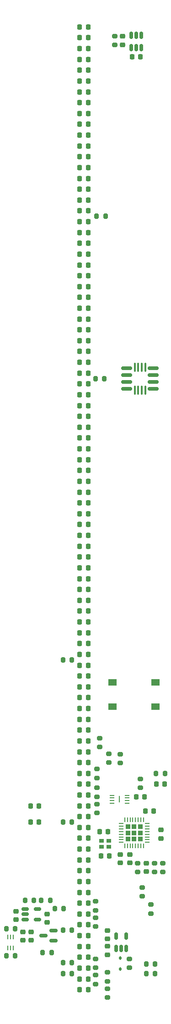
<source format=gbr>
%TF.GenerationSoftware,KiCad,Pcbnew,8.0.7*%
%TF.CreationDate,2024-12-30T17:39:46+01:00*%
%TF.ProjectId,termometer2,7465726d-6f6d-4657-9465-72322e6b6963,rev?*%
%TF.SameCoordinates,Original*%
%TF.FileFunction,Paste,Top*%
%TF.FilePolarity,Positive*%
%FSLAX46Y46*%
G04 Gerber Fmt 4.6, Leading zero omitted, Abs format (unit mm)*
G04 Created by KiCad (PCBNEW 8.0.7) date 2024-12-30 17:39:46*
%MOMM*%
%LPD*%
G01*
G04 APERTURE LIST*
G04 Aperture macros list*
%AMRoundRect*
0 Rectangle with rounded corners*
0 $1 Rounding radius*
0 $2 $3 $4 $5 $6 $7 $8 $9 X,Y pos of 4 corners*
0 Add a 4 corners polygon primitive as box body*
4,1,4,$2,$3,$4,$5,$6,$7,$8,$9,$2,$3,0*
0 Add four circle primitives for the rounded corners*
1,1,$1+$1,$2,$3*
1,1,$1+$1,$4,$5*
1,1,$1+$1,$6,$7*
1,1,$1+$1,$8,$9*
0 Add four rect primitives between the rounded corners*
20,1,$1+$1,$2,$3,$4,$5,0*
20,1,$1+$1,$4,$5,$6,$7,0*
20,1,$1+$1,$6,$7,$8,$9,0*
20,1,$1+$1,$8,$9,$2,$3,0*%
G04 Aperture macros list end*
%ADD10RoundRect,0.218750X-0.218750X-0.256250X0.218750X-0.256250X0.218750X0.256250X-0.218750X0.256250X0*%
%ADD11RoundRect,0.218750X0.218750X0.256250X-0.218750X0.256250X-0.218750X-0.256250X0.218750X-0.256250X0*%
%ADD12RoundRect,0.225000X0.250000X-0.225000X0.250000X0.225000X-0.250000X0.225000X-0.250000X-0.225000X0*%
%ADD13RoundRect,0.200000X0.200000X0.275000X-0.200000X0.275000X-0.200000X-0.275000X0.200000X-0.275000X0*%
%ADD14RoundRect,0.200000X-0.275000X0.200000X-0.275000X-0.200000X0.275000X-0.200000X0.275000X0.200000X0*%
%ADD15RoundRect,0.040000X-0.040000X-0.605000X0.040000X-0.605000X0.040000X0.605000X-0.040000X0.605000X0*%
%ADD16RoundRect,0.062500X-0.387500X-0.062500X0.387500X-0.062500X0.387500X0.062500X-0.387500X0.062500X0*%
%ADD17RoundRect,0.200000X0.275000X-0.200000X0.275000X0.200000X-0.275000X0.200000X-0.275000X-0.200000X0*%
%ADD18RoundRect,0.100000X0.100000X-0.712500X0.100000X0.712500X-0.100000X0.712500X-0.100000X-0.712500X0*%
%ADD19RoundRect,0.225000X-0.225000X-0.250000X0.225000X-0.250000X0.225000X0.250000X-0.225000X0.250000X0*%
%ADD20R,0.900000X0.800000*%
%ADD21RoundRect,0.150000X-0.150000X0.512500X-0.150000X-0.512500X0.150000X-0.512500X0.150000X0.512500X0*%
%ADD22RoundRect,0.225000X-0.250000X0.225000X-0.250000X-0.225000X0.250000X-0.225000X0.250000X0.225000X0*%
%ADD23RoundRect,0.200000X-0.200000X-0.275000X0.200000X-0.275000X0.200000X0.275000X-0.200000X0.275000X0*%
%ADD24RoundRect,0.150000X0.150000X-0.512500X0.150000X0.512500X-0.150000X0.512500X-0.150000X-0.512500X0*%
%ADD25R,1.550000X1.300000*%
%ADD26RoundRect,0.150000X-0.512500X-0.150000X0.512500X-0.150000X0.512500X0.150000X-0.512500X0.150000X0*%
%ADD27RoundRect,0.062500X0.062500X-0.325000X0.062500X0.325000X-0.062500X0.325000X-0.062500X-0.325000X0*%
%ADD28RoundRect,0.112500X-0.112500X0.187500X-0.112500X-0.187500X0.112500X-0.187500X0.112500X0.187500X0*%
%ADD29RoundRect,0.225000X0.225000X0.250000X-0.225000X0.250000X-0.225000X-0.250000X0.225000X-0.250000X0*%
%ADD30RoundRect,0.150000X0.587500X0.150000X-0.587500X0.150000X-0.587500X-0.150000X0.587500X-0.150000X0*%
%ADD31RoundRect,0.150000X-0.825000X-0.150000X0.825000X-0.150000X0.825000X0.150000X-0.825000X0.150000X0*%
%ADD32RoundRect,0.232500X0.232500X-0.232500X0.232500X0.232500X-0.232500X0.232500X-0.232500X-0.232500X0*%
%ADD33RoundRect,0.062500X0.062500X-0.375000X0.062500X0.375000X-0.062500X0.375000X-0.062500X-0.375000X0*%
%ADD34RoundRect,0.062500X0.375000X-0.062500X0.375000X0.062500X-0.375000X0.062500X-0.375000X-0.062500X0*%
G04 APERTURE END LIST*
D10*
%TO.C,D1*%
X100997500Y-48500000D03*
X102572500Y-48500000D03*
%TD*%
D11*
%TO.C,D2*%
X102572500Y-50500000D03*
X100997500Y-50500000D03*
%TD*%
D12*
%TO.C,C10*%
X116050000Y-198525000D03*
X116050000Y-196975000D03*
%TD*%
D13*
%TO.C,R13*%
X116825000Y-186500000D03*
X115175000Y-186500000D03*
%TD*%
D11*
%TO.C,D50*%
X102572500Y-132500000D03*
X100997500Y-132500000D03*
%TD*%
D14*
%TO.C,RV11*%
X114250000Y-210775000D03*
X114250000Y-212425000D03*
%TD*%
D10*
%TO.C,D16*%
X100997500Y-120500000D03*
X102572500Y-120500000D03*
%TD*%
D15*
%TO.C,U5*%
X108400000Y-191300000D03*
D16*
X106975000Y-190550000D03*
X106975000Y-191050000D03*
X106975000Y-191550000D03*
X106975000Y-192050000D03*
X109825000Y-192050000D03*
X109825000Y-191550000D03*
X109825000Y-191050000D03*
X109825000Y-190550000D03*
%TD*%
D11*
%TO.C,D8*%
X102572500Y-142500000D03*
X100997500Y-142500000D03*
%TD*%
D17*
%TO.C,R9*%
X104000000Y-222435000D03*
X104000000Y-220785000D03*
%TD*%
D11*
%TO.C,D85*%
X102572500Y-222500000D03*
X100997500Y-222500000D03*
%TD*%
D12*
%TO.C,C14*%
X95000000Y-214075000D03*
X95000000Y-212525000D03*
%TD*%
D13*
%TO.C,R20*%
X89075000Y-220200000D03*
X87425000Y-220200000D03*
%TD*%
D11*
%TO.C,D25*%
X102572500Y-58500000D03*
X100997500Y-58500000D03*
%TD*%
D18*
%TO.C,U7*%
X111225000Y-115612500D03*
X111875000Y-115612500D03*
X112525000Y-115612500D03*
X113175000Y-115612500D03*
X113175000Y-111387500D03*
X112525000Y-111387500D03*
X111875000Y-111387500D03*
X111225000Y-111387500D03*
%TD*%
D19*
%TO.C,C9*%
X113175000Y-193500000D03*
X114725000Y-193500000D03*
%TD*%
%TO.C,C7*%
X111475000Y-190800000D03*
X113025000Y-190800000D03*
%TD*%
D20*
%TO.C,Y1*%
X105050000Y-200050000D03*
X106450000Y-200050000D03*
X106450000Y-198950000D03*
X105050000Y-198950000D03*
%TD*%
D10*
%TO.C,D22*%
X100997500Y-164500000D03*
X102572500Y-164500000D03*
%TD*%
D11*
%TO.C,D38*%
X102572500Y-128500000D03*
X100997500Y-128500000D03*
%TD*%
D10*
%TO.C,D51*%
X100997500Y-134500000D03*
X102572500Y-134500000D03*
%TD*%
D11*
%TO.C,D37*%
X102572500Y-98500000D03*
X100997500Y-98500000D03*
%TD*%
D14*
%TO.C,RV2*%
X111750000Y-203075000D03*
X111750000Y-204725000D03*
%TD*%
D17*
%TO.C,RV4*%
X108500000Y-184575000D03*
X108500000Y-182925000D03*
%TD*%
%TO.C,R15*%
X112595000Y-209225000D03*
X112595000Y-207575000D03*
%TD*%
D11*
%TO.C,D15*%
X102572500Y-90500000D03*
X100997500Y-90500000D03*
%TD*%
D10*
%TO.C,D54*%
X100997500Y-176500000D03*
X102572500Y-176500000D03*
%TD*%
D14*
%TO.C,RV1*%
X110250000Y-220802500D03*
X110250000Y-222452500D03*
%TD*%
D21*
%TO.C,U8*%
X112450000Y-50062500D03*
X111500000Y-50062500D03*
X110550000Y-50062500D03*
X110550000Y-52337500D03*
X111500000Y-52337500D03*
X112450000Y-52337500D03*
%TD*%
D19*
%TO.C,C4*%
X115225000Y-188500000D03*
X116775000Y-188500000D03*
%TD*%
D22*
%TO.C,C15*%
X89212500Y-212015000D03*
X89212500Y-213565000D03*
%TD*%
D10*
%TO.C,D86*%
X100997500Y-208500000D03*
X102572500Y-208500000D03*
%TD*%
%TO.C,D62*%
X100997500Y-212500000D03*
X102572500Y-212500000D03*
%TD*%
D11*
%TO.C,D27*%
X102572500Y-94500000D03*
X100997500Y-94500000D03*
%TD*%
%TO.C,D45*%
X102572500Y-174500000D03*
X100997500Y-174500000D03*
%TD*%
D14*
%TO.C,RV7*%
X104250000Y-185675000D03*
X104250000Y-187325000D03*
%TD*%
%TO.C,RV12*%
X106200000Y-226275000D03*
X106200000Y-227925000D03*
%TD*%
D17*
%TO.C,RV9*%
X112250000Y-189150000D03*
X112250000Y-187500000D03*
%TD*%
D22*
%TO.C,C8*%
X92000000Y-215825000D03*
X92000000Y-217375000D03*
%TD*%
D10*
%TO.C,D34*%
X100997500Y-60500000D03*
X102572500Y-60500000D03*
%TD*%
%TO.C,D40*%
X100997500Y-152500000D03*
X102572500Y-152500000D03*
%TD*%
%TO.C,D48*%
X100997500Y-100500000D03*
X102572500Y-100500000D03*
%TD*%
D11*
%TO.C,D87*%
X102572500Y-210500000D03*
X100997500Y-210500000D03*
%TD*%
D17*
%TO.C,R26*%
X114900000Y-204725000D03*
X114900000Y-203075000D03*
%TD*%
D11*
%TO.C,D33*%
X102572500Y-170500000D03*
X100997500Y-170500000D03*
%TD*%
%TO.C,D41*%
X102572500Y-154500000D03*
X100997500Y-154500000D03*
%TD*%
D23*
%TO.C,R6*%
X113350000Y-221750000D03*
X115000000Y-221750000D03*
%TD*%
D10*
%TO.C,D20*%
X100997500Y-160500000D03*
X102572500Y-160500000D03*
%TD*%
%TO.C,D30*%
X100997500Y-148500000D03*
X102572500Y-148500000D03*
%TD*%
%TO.C,D11*%
X91912500Y-195500000D03*
X93487500Y-195500000D03*
%TD*%
%TO.C,D26*%
X100997500Y-92500000D03*
X102572500Y-92500000D03*
%TD*%
D11*
%TO.C,D60*%
X102572500Y-136500000D03*
X100997500Y-136500000D03*
%TD*%
D17*
%TO.C,R7*%
X104000000Y-211825000D03*
X104000000Y-210175000D03*
%TD*%
D23*
%TO.C,R18*%
X94175000Y-219600000D03*
X95825000Y-219600000D03*
%TD*%
D24*
%TO.C,U2*%
X107750000Y-218887500D03*
X108700000Y-218887500D03*
X109650000Y-218887500D03*
X109650000Y-216612500D03*
X107750000Y-216612500D03*
%TD*%
D11*
%TO.C,D49*%
X102572500Y-102500000D03*
X100997500Y-102500000D03*
%TD*%
D22*
%TO.C,C1*%
X90500000Y-215825000D03*
X90500000Y-217375000D03*
%TD*%
D11*
%TO.C,D19*%
X102572500Y-146500000D03*
X100997500Y-146500000D03*
%TD*%
%TO.C,D81*%
X102572500Y-114500000D03*
X100997500Y-114500000D03*
%TD*%
D13*
%TO.C,R24*%
X92575000Y-210000000D03*
X90925000Y-210000000D03*
%TD*%
%TO.C,R14*%
X99575000Y-223500000D03*
X97925000Y-223500000D03*
%TD*%
D11*
%TO.C,D55*%
X102572500Y-178500000D03*
X100997500Y-178500000D03*
%TD*%
D23*
%TO.C,R5*%
X113350000Y-223500000D03*
X115000000Y-223500000D03*
%TD*%
D10*
%TO.C,D39*%
X100997500Y-130500000D03*
X102572500Y-130500000D03*
%TD*%
D25*
%TO.C,SW3*%
X115075000Y-174150001D03*
X107125000Y-174150001D03*
X115075000Y-169650001D03*
X107125000Y-169650001D03*
%TD*%
D10*
%TO.C,D74*%
X100997500Y-204500000D03*
X102572500Y-204500000D03*
%TD*%
%TO.C,D29*%
X100997500Y-126500000D03*
X102572500Y-126500000D03*
%TD*%
%TO.C,D9*%
X100997500Y-156500000D03*
X102572500Y-156500000D03*
%TD*%
%TO.C,D80*%
X100997500Y-112500000D03*
X102572500Y-112500000D03*
%TD*%
D17*
%TO.C,RV5*%
X106400000Y-184525000D03*
X106400000Y-182875000D03*
%TD*%
D10*
%TO.C,D90*%
X100997500Y-80500000D03*
X102572500Y-80500000D03*
%TD*%
D12*
%TO.C,C3*%
X110300000Y-203025000D03*
X110300000Y-201475000D03*
%TD*%
D19*
%TO.C,C6*%
X104975000Y-201750000D03*
X106525000Y-201750000D03*
%TD*%
D10*
%TO.C,D32*%
X100997500Y-168500000D03*
X102572500Y-168500000D03*
%TD*%
D11*
%TO.C,D89*%
X102572500Y-190500000D03*
X100997500Y-190500000D03*
%TD*%
%TO.C,D53*%
X102572500Y-198500000D03*
X100997500Y-198500000D03*
%TD*%
%TO.C,D31*%
X102572500Y-150500000D03*
X100997500Y-150500000D03*
%TD*%
D10*
%TO.C,D68*%
X100997500Y-72500000D03*
X102572500Y-72500000D03*
%TD*%
D14*
%TO.C,R25*%
X116400000Y-203075000D03*
X116400000Y-204725000D03*
%TD*%
D19*
%TO.C,C5*%
X104725000Y-197250000D03*
X106275000Y-197250000D03*
%TD*%
D10*
%TO.C,D42*%
X100997500Y-192500000D03*
X102572500Y-192500000D03*
%TD*%
D11*
%TO.C,D75*%
X102572500Y-206500000D03*
X100997500Y-206500000D03*
%TD*%
D13*
%TO.C,R16*%
X95575000Y-210000000D03*
X93925000Y-210000000D03*
%TD*%
D11*
%TO.C,D13*%
X102572500Y-54500000D03*
X100997500Y-54500000D03*
%TD*%
D12*
%TO.C,C12*%
X106200000Y-217075000D03*
X106200000Y-215525000D03*
%TD*%
D26*
%TO.C,U4*%
X90962500Y-211600000D03*
X90962500Y-212550000D03*
X90962500Y-213500000D03*
X93237500Y-213500000D03*
X93237500Y-211600000D03*
%TD*%
D11*
%TO.C,D6*%
X102572500Y-118500000D03*
X100997500Y-118500000D03*
%TD*%
D17*
%TO.C,R12*%
X106200000Y-224925000D03*
X106200000Y-223275000D03*
%TD*%
D11*
%TO.C,D91*%
X102572500Y-82500000D03*
X100997500Y-82500000D03*
%TD*%
D10*
%TO.C,D46*%
X100997500Y-64500000D03*
X102572500Y-64500000D03*
%TD*%
%TO.C,D14*%
X100997500Y-88500000D03*
X102572500Y-88500000D03*
%TD*%
D27*
%TO.C,U3*%
X87750000Y-218750000D03*
X88250000Y-218750000D03*
X88750000Y-218750000D03*
X88750000Y-216775000D03*
X88250000Y-216775000D03*
X87750000Y-216775000D03*
%TD*%
D10*
%TO.C,D82*%
X100997500Y-224500000D03*
X102572500Y-224500000D03*
%TD*%
%TO.C,D72*%
X100997500Y-216500000D03*
X102572500Y-216500000D03*
%TD*%
%TO.C,D36*%
X100997500Y-96500000D03*
X102572500Y-96500000D03*
%TD*%
D11*
%TO.C,D59*%
X102572500Y-106500000D03*
X100997500Y-106500000D03*
%TD*%
D10*
%TO.C,D52*%
X100997500Y-196500000D03*
X102572500Y-196500000D03*
%TD*%
%TO.C,D24*%
X100997500Y-56500000D03*
X102572500Y-56500000D03*
%TD*%
%TO.C,D56*%
X100997500Y-68500000D03*
X102572500Y-68500000D03*
%TD*%
D23*
%TO.C,R8*%
X97925000Y-195500000D03*
X99575000Y-195500000D03*
%TD*%
D10*
%TO.C,D61*%
X100997500Y-138500000D03*
X102572500Y-138500000D03*
%TD*%
D11*
%TO.C,D35*%
X102572500Y-62500000D03*
X100997500Y-62500000D03*
%TD*%
%TO.C,D17*%
X102572500Y-122500000D03*
X100997500Y-122500000D03*
%TD*%
D22*
%TO.C,C16*%
X108500000Y-201475000D03*
X108500000Y-203025000D03*
%TD*%
D11*
%TO.C,D4*%
X102572500Y-86500000D03*
X100997500Y-86500000D03*
%TD*%
D13*
%TO.C,R10*%
X99575000Y-215500000D03*
X97925000Y-215500000D03*
%TD*%
D12*
%TO.C,C17*%
X109000000Y-51775000D03*
X109000000Y-50225000D03*
%TD*%
D10*
%TO.C,D18*%
X100997500Y-144500000D03*
X102572500Y-144500000D03*
%TD*%
%TO.C,D76*%
X100997500Y-184500000D03*
X102572500Y-184500000D03*
%TD*%
D14*
%TO.C,RV10*%
X104000000Y-223785000D03*
X104000000Y-225435000D03*
%TD*%
D10*
%TO.C,D44*%
X100997500Y-172500000D03*
X102572500Y-172500000D03*
%TD*%
D11*
%TO.C,D69*%
X102572500Y-74500000D03*
X100997500Y-74500000D03*
%TD*%
%TO.C,D71*%
X102572500Y-110500000D03*
X100997500Y-110500000D03*
%TD*%
D10*
%TO.C,D5*%
X100997500Y-116500000D03*
X102572500Y-116500000D03*
%TD*%
D14*
%TO.C,RV6*%
X104250000Y-192175000D03*
X104250000Y-193825000D03*
%TD*%
D11*
%TO.C,D43*%
X102572500Y-194500000D03*
X100997500Y-194500000D03*
%TD*%
%TO.C,D21*%
X102572500Y-162500000D03*
X100997500Y-162500000D03*
%TD*%
D10*
%TO.C,D12*%
X100997500Y-52500000D03*
X102572500Y-52500000D03*
%TD*%
D11*
%TO.C,D67*%
X102572500Y-182500000D03*
X100997500Y-182500000D03*
%TD*%
%TO.C,D83*%
X102572500Y-226500000D03*
X100997500Y-226500000D03*
%TD*%
D12*
%TO.C,C13*%
X113350000Y-204675000D03*
X113350000Y-203125000D03*
%TD*%
D10*
%TO.C,D84*%
X100997500Y-220500000D03*
X102572500Y-220500000D03*
%TD*%
D11*
%TO.C,D47*%
X102572500Y-66500000D03*
X100997500Y-66500000D03*
%TD*%
%TO.C,D77*%
X102572500Y-186500000D03*
X100997500Y-186500000D03*
%TD*%
D23*
%TO.C,R17*%
X96425000Y-211500000D03*
X98075000Y-211500000D03*
%TD*%
D28*
%TO.C,D93*%
X108500000Y-220600000D03*
X108500000Y-222700000D03*
%TD*%
D11*
%TO.C,D10*%
X102572500Y-158500000D03*
X100997500Y-158500000D03*
%TD*%
D13*
%TO.C,R2*%
X105575000Y-113500000D03*
X103925000Y-113500000D03*
%TD*%
D14*
%TO.C,RV8*%
X104000000Y-213175000D03*
X104000000Y-214825000D03*
%TD*%
D11*
%TO.C,D65*%
X102572500Y-202500000D03*
X100997500Y-202500000D03*
%TD*%
D10*
%TO.C,D88*%
X100997500Y-188500000D03*
X102572500Y-188500000D03*
%TD*%
%TO.C,D58*%
X100997500Y-104500000D03*
X102572500Y-104500000D03*
%TD*%
%TO.C,D70*%
X100997500Y-108500000D03*
X102572500Y-108500000D03*
%TD*%
D29*
%TO.C,C21*%
X112275000Y-54000000D03*
X110725000Y-54000000D03*
%TD*%
D11*
%TO.C,D57*%
X102572500Y-70500000D03*
X100997500Y-70500000D03*
%TD*%
D10*
%TO.C,D66*%
X100997500Y-180500000D03*
X102572500Y-180500000D03*
%TD*%
D11*
%TO.C,D73*%
X102572500Y-218500000D03*
X100997500Y-218500000D03*
%TD*%
D13*
%TO.C,R4*%
X99575000Y-165500000D03*
X97925000Y-165500000D03*
%TD*%
D10*
%TO.C,D7*%
X100997500Y-140500000D03*
X102572500Y-140500000D03*
%TD*%
D13*
%TO.C,RV13*%
X99575000Y-221500000D03*
X97925000Y-221500000D03*
%TD*%
D10*
%TO.C,D78*%
X100997500Y-76500000D03*
X102572500Y-76500000D03*
%TD*%
D17*
%TO.C,R3*%
X104250000Y-190825000D03*
X104250000Y-189175000D03*
%TD*%
D11*
%TO.C,D79*%
X102572500Y-78500000D03*
X100997500Y-78500000D03*
%TD*%
D30*
%TO.C,Q1*%
X96175000Y-217450000D03*
X96175000Y-215550000D03*
X94300000Y-216500000D03*
%TD*%
D10*
%TO.C,D64*%
X100997500Y-200500000D03*
X102572500Y-200500000D03*
%TD*%
D11*
%TO.C,D92*%
X93487500Y-192500000D03*
X91912500Y-192500000D03*
%TD*%
D31*
%TO.C,U6*%
X109725000Y-111595000D03*
X109725000Y-112865000D03*
X109725000Y-114135000D03*
X109725000Y-115405000D03*
X114675000Y-115405000D03*
X114675000Y-114135000D03*
X114675000Y-112865000D03*
X114675000Y-111595000D03*
%TD*%
D32*
%TO.C,U1*%
X109962500Y-198650000D03*
X111112500Y-198650000D03*
X112262500Y-198650000D03*
X109962500Y-197500000D03*
X111112500Y-197500000D03*
X112262500Y-197500000D03*
X109962500Y-196350000D03*
X111112500Y-196350000D03*
X112262500Y-196350000D03*
D33*
X109362500Y-199937500D03*
X109862500Y-199937500D03*
X110362500Y-199937500D03*
X110862500Y-199937500D03*
X111362500Y-199937500D03*
X111862500Y-199937500D03*
X112362500Y-199937500D03*
X112862500Y-199937500D03*
D34*
X113550000Y-199250000D03*
X113550000Y-198750000D03*
X113550000Y-198250000D03*
X113550000Y-197750000D03*
X113550000Y-197250000D03*
X113550000Y-196750000D03*
X113550000Y-196250000D03*
X113550000Y-195750000D03*
D33*
X112862500Y-195062500D03*
X112362500Y-195062500D03*
X111862500Y-195062500D03*
X111362500Y-195062500D03*
X110862500Y-195062500D03*
X110362500Y-195062500D03*
X109862500Y-195062500D03*
X109362500Y-195062500D03*
D34*
X108675000Y-195750000D03*
X108675000Y-196250000D03*
X108675000Y-196750000D03*
X108675000Y-197250000D03*
X108675000Y-197750000D03*
X108675000Y-198250000D03*
X108675000Y-198750000D03*
X108675000Y-199250000D03*
%TD*%
D14*
%TO.C,RV3*%
X107500000Y-50175000D03*
X107500000Y-51825000D03*
%TD*%
D11*
%TO.C,D23*%
X102572500Y-166500000D03*
X100997500Y-166500000D03*
%TD*%
D17*
%TO.C,R19*%
X104700000Y-181625000D03*
X104700000Y-179975000D03*
%TD*%
D22*
%TO.C,C11*%
X106200000Y-218475000D03*
X106200000Y-220025000D03*
%TD*%
D10*
%TO.C,D28*%
X100997500Y-124500000D03*
X102572500Y-124500000D03*
%TD*%
D13*
%TO.C,R11*%
X89075000Y-215250000D03*
X87425000Y-215250000D03*
%TD*%
D11*
%TO.C,D63*%
X102572500Y-214500000D03*
X100997500Y-214500000D03*
%TD*%
D10*
%TO.C,D3*%
X100997500Y-84500000D03*
X102572500Y-84500000D03*
%TD*%
D13*
%TO.C,R1*%
X105825000Y-83500000D03*
X104175000Y-83500000D03*
%TD*%
M02*

</source>
